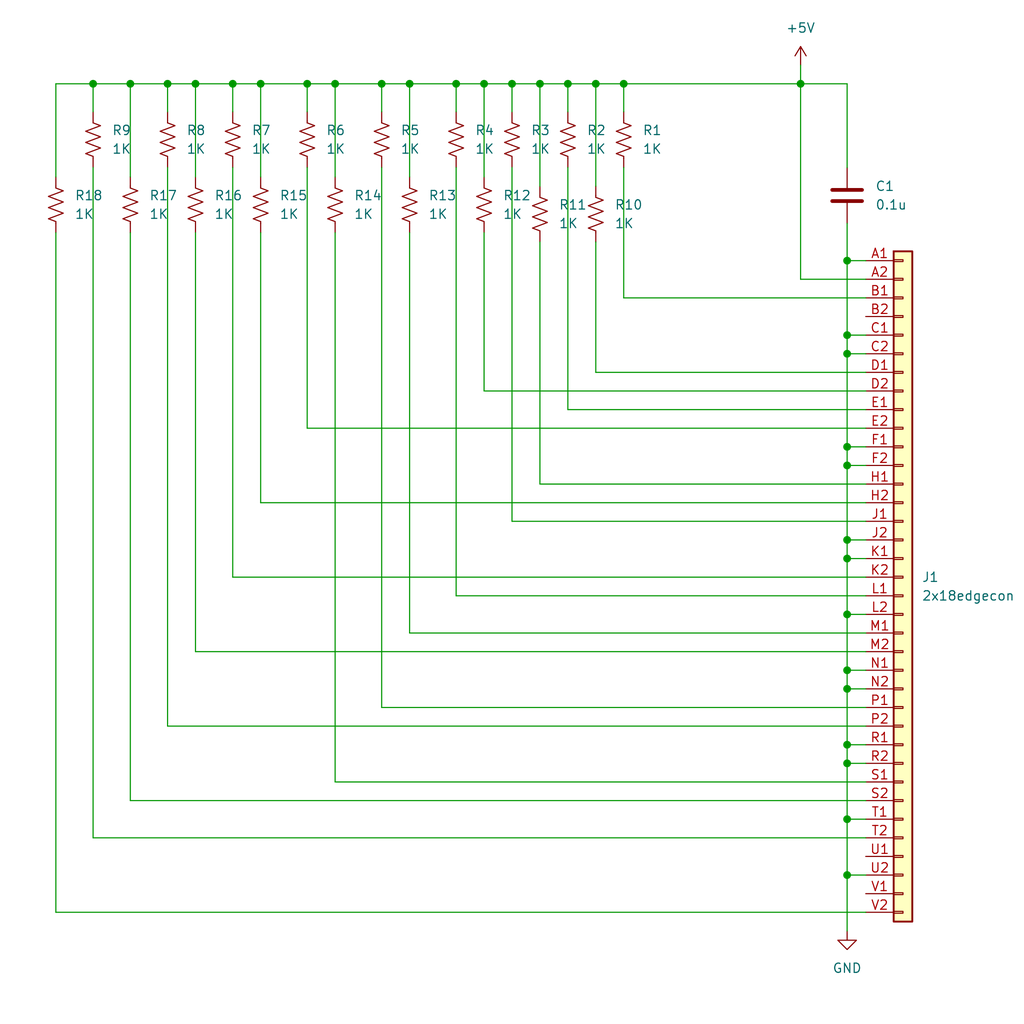
<source format=kicad_sch>
(kicad_sch (version 20230121) (generator eeschema)
  (paper "User" 139.7 139.7)
  (lib_symbols
    (symbol "Device:C" (pin_numbers hide) (pin_names (offset 0.254))
      (property "Reference" "C" (at 0.635 2.54 0))
      (property "Value" "C" (at 0.635 -2.54 0))
      (symbol "C_0_1"
        (polyline (pts (xy -2.032 -0.762) (xy 2.032 -0.762)) (stroke (width 0.508)))
        (polyline (pts (xy -2.032 0.762) (xy 2.032 0.762)) (stroke (width 0.508)))
      )
      (symbol "C_1_1"
        (pin passive line (at 0 3.81 270) (length 2.794) (name "~") (number "1"))
        (pin passive line (at 0 -3.81 90) (length 2.794) (name "~") (number "2"))
      )
    )
    (symbol "Device:R_US" (pin_numbers hide) (pin_names (offset 0))
      (property "Reference" "R" (at 2.54 0 90))
      (property "Value" "R_US" (at -2.54 0 90))
      (symbol "R_US_0_1"
        (polyline (pts (xy 0 -2.286) (xy 0 -2.54)))
        (polyline (pts (xy 0 2.286) (xy 0 2.54)))
        (polyline (pts (xy 0 -0.762) (xy 1.016 -1.143) (xy 0 -1.524) (xy -1.016 -1.905) (xy 0 -2.286)))
        (polyline (pts (xy 0 0.762) (xy 1.016 0.381) (xy 0 0) (xy -1.016 -0.381) (xy 0 -0.762)))
        (polyline (pts (xy 0 2.286) (xy 1.016 1.905) (xy 0 1.524) (xy -1.016 1.143) (xy 0 0.762)))
      )
      (symbol "R_US_1_1"
        (pin passive line (at 0 3.81 270) (length 1.27) (name "~") (number "1"))
        (pin passive line (at 0 -3.81 90) (length 1.27) (name "~") (number "2"))
      )
    )
    (symbol "mylibrary:2x18edgecon" (pin_names (offset 1.016) hide)
      (property "Reference" "J" (at 0 45.72 0))
      (property "Value" "2x18edgecon" (at 0 -48.26 0))
      (symbol "2x18edgecon_1_1"
        (rectangle (start -1.27 -45.593) (end 0 -45.847) (stroke (width 0.1524)))
        (rectangle (start -1.27 -43.053) (end 0 -43.307) (stroke (width 0.1524)))
        (rectangle (start -1.27 -40.513) (end 0 -40.767) (stroke (width 0.1524)))
        (rectangle (start -1.27 -37.973) (end 0 -38.227) (stroke (width 0.1524)))
        (rectangle (start -1.27 -35.433) (end 0 -35.687) (stroke (width 0.1524)))
        (rectangle (start -1.27 -32.893) (end 0 -33.147) (stroke (width 0.1524)))
        (rectangle (start -1.27 -30.353) (end 0 -30.607) (stroke (width 0.1524)))
        (rectangle (start -1.27 -27.813) (end 0 -28.067) (stroke (width 0.1524)))
        (rectangle (start -1.27 -25.273) (end 0 -25.527) (stroke (width 0.1524)))
        (rectangle (start -1.27 -22.733) (end 0 -22.987) (stroke (width 0.1524)))
        (rectangle (start -1.27 -20.193) (end 0 -20.447) (stroke (width 0.1524)))
        (rectangle (start -1.27 -17.653) (end 0 -17.907) (stroke (width 0.1524)))
        (rectangle (start -1.27 -15.113) (end 0 -15.367) (stroke (width 0.1524)))
        (rectangle (start -1.27 -12.573) (end 0 -12.827) (stroke (width 0.1524)))
        (rectangle (start -1.27 -10.033) (end 0 -10.287) (stroke (width 0.1524)))
        (rectangle (start -1.27 -7.493) (end 0 -7.747) (stroke (width 0.1524)))
        (rectangle (start -1.27 -4.953) (end 0 -5.207) (stroke (width 0.1524)))
        (rectangle (start -1.27 -2.413) (end 0 -2.667) (stroke (width 0.1524)))
        (rectangle (start -1.27 0.127) (end 0 -0.127) (stroke (width 0.1524)))
        (rectangle (start -1.27 2.667) (end 0 2.413) (stroke (width 0.1524)))
        (rectangle (start -1.27 5.207) (end 0 4.953) (stroke (width 0.1524)))
        (rectangle (start -1.27 7.747) (end 0 7.493) (stroke (width 0.1524)))
        (rectangle (start -1.27 10.287) (end 0 10.033) (stroke (width 0.1524)))
        (rectangle (start -1.27 12.827) (end 0 12.573) (stroke (width 0.1524)))
        (rectangle (start -1.27 15.367) (end 0 15.113) (stroke (width 0.1524)))
        (rectangle (start -1.27 17.907) (end 0 17.653) (stroke (width 0.1524)))
        (rectangle (start -1.27 20.447) (end 0 20.193) (stroke (width 0.1524)))
        (rectangle (start -1.27 22.987) (end 0 22.733) (stroke (width 0.1524)))
        (rectangle (start -1.27 25.527) (end 0 25.273) (stroke (width 0.1524)))
        (rectangle (start -1.27 28.067) (end 0 27.813) (stroke (width 0.1524)))
        (rectangle (start -1.27 30.607) (end 0 30.353) (stroke (width 0.1524)))
        (rectangle (start -1.27 33.147) (end 0 32.893) (stroke (width 0.1524)))
        (rectangle (start -1.27 35.687) (end 0 35.433) (stroke (width 0.1524)))
        (rectangle (start -1.27 38.227) (end 0 37.973) (stroke (width 0.1524)))
        (rectangle (start -1.27 40.767) (end 0 40.513) (stroke (width 0.1524)))
        (rectangle (start -1.27 43.307) (end 0 43.053) (stroke (width 0.1524)))
        (rectangle (start -1.27 44.45) (end 1.27 -46.99) (stroke (width 0.254)) (fill (type background)))
        (pin passive line (at -5.08 43.18 0) (length 3.81) (name "A1") (number "A1"))
        (pin passive line (at -5.08 40.64 0) (length 3.81) (name "A2") (number "A2"))
        (pin passive line (at -5.08 38.1 0) (length 3.81) (name "B1") (number "B1"))
        (pin passive line (at -5.08 35.56 0) (length 3.81) (name "B2") (number "B2"))
        (pin passive line (at -5.08 33.02 0) (length 3.81) (name "C1") (number "C1"))
        (pin passive line (at -5.08 30.48 0) (length 3.81) (name "C2") (number "C2"))
        (pin passive line (at -5.08 27.94 0) (length 3.81) (name "D1") (number "D1"))
        (pin passive line (at -5.08 25.4 0) (length 3.81) (name "D2") (number "D2"))
        (pin passive line (at -5.08 22.86 0) (length 3.81) (name "E1") (number "E1"))
        (pin passive line (at -5.08 20.32 0) (length 3.81) (name "E2") (number "E2"))
        (pin passive line (at -5.08 17.78 0) (length 3.81) (name "F1") (number "F1"))
        (pin passive line (at -5.08 15.24 0) (length 3.81) (name "F2") (number "F2"))
        (pin passive line (at -5.08 12.7 0) (length 3.81) (name "H1") (number "H1"))
        (pin passive line (at -5.08 10.16 0) (length 3.81) (name "H2") (number "H2"))
        (pin passive line (at -5.08 7.62 0) (length 3.81) (name "J1") (number "J1"))
        (pin passive line (at -5.08 5.08 0) (length 3.81) (name "J2") (number "J2"))
        (pin passive line (at -5.08 2.54 0) (length 3.81) (name "K1") (number "K1"))
        (pin passive line (at -5.08 0 0) (length 3.81) (name "K2") (number "K2"))
        (pin passive line (at -5.08 -2.54 0) (length 3.81) (name "L1") (number "L1"))
        (pin passive line (at -5.08 -5.08 0) (length 3.81) (name "L2") (number "L2"))
        (pin passive line (at -5.08 -7.62 0) (length 3.81) (name "M1") (number "M1"))
        (pin passive line (at -5.08 -10.16 0) (length 3.81) (name "M2") (number "M2"))
        (pin passive line (at -5.08 -12.7 0) (length 3.81) (name "N1") (number "N1"))
        (pin passive line (at -5.08 -15.24 0) (length 3.81) (name "N2") (number "N2"))
        (pin passive line (at -5.08 -17.78 0) (length 3.81) (name "P1") (number "P1"))
        (pin passive line (at -5.08 -20.32 0) (length 3.81) (name "P2") (number "P2"))
        (pin passive line (at -5.08 -22.86 0) (length 3.81) (name "R1") (number "R1"))
        (pin passive line (at -5.08 -25.4 0) (length 3.81) (name "R2") (number "R2"))
        (pin passive line (at -5.08 -27.94 0) (length 3.81) (name "S1") (number "S1"))
        (pin passive line (at -5.08 -30.48 0) (length 3.81) (name "S2") (number "S2"))
        (pin passive line (at -5.08 -33.02 0) (length 3.81) (name "T1") (number "T1"))
        (pin passive line (at -5.08 -35.56 0) (length 3.81) (name "T2") (number "T2"))
        (pin passive line (at -5.08 -38.1 0) (length 3.81) (name "U1") (number "U1"))
        (pin passive line (at -5.08 -40.64 0) (length 3.81) (name "U2") (number "U2"))
        (pin passive line (at -5.08 -43.18 0) (length 3.81) (name "V1") (number "V1"))
        (pin passive line (at -5.08 -45.72 0) (length 3.81) (name "V2") (number "V2"))
      )
    )
    (symbol "power:+5V" (power) (pin_names (offset 0))
      (property "Value" "+5V" (at 0 3.556 0))
      (symbol "+5V_0_1"
        (polyline (pts (xy -0.762 1.27) (xy 0 2.54)))
        (polyline (pts (xy 0 0) (xy 0 2.54)))
        (polyline (pts (xy 0 2.54) (xy 0.762 1.27)))
      )
      (symbol "+5V_1_1"
        (pin power_in line (at 0 0 90) (length 0) hide (name "+5V") (number "1"))
      )
    )
    (symbol "power:GND" (power) (pin_names (offset 0))
      (property "Value" "GND" (at 0 -3.81 0))
      (symbol "GND_0_1"
        (polyline (pts (xy 0 0) (xy 0 -1.27) (xy 1.27 -1.27) (xy 0 -2.54) (xy -1.27 -1.27) (xy 0 -1.27)))
      )
      (symbol "GND_1_1"
        (pin power_in line (at 0 0 270) (length 0) hide (name "GND") (number "1"))
      )
    )
  )
  (junction (at 81.28 11.43))
  (junction (at 115.57 93.98))
  (junction (at 115.57 101.6))
  (junction (at 69.85 11.43))
  (junction (at 31.75 11.43))
  (junction (at 35.56 11.43))
  (junction (at 115.57 76.2))
  (junction (at 77.47 11.43))
  (junction (at 41.91 11.43))
  (junction (at 45.72 11.43))
  (junction (at 115.57 119.38))
  (junction (at 55.88 11.43))
  (junction (at 115.57 111.76))
  (junction (at 115.57 91.44))
  (junction (at 26.67 11.43))
  (junction (at 62.23 11.43))
  (junction (at 115.57 60.96))
  (junction (at 12.7 11.43))
  (junction (at 73.66 11.43))
  (junction (at 115.57 48.26))
  (junction (at 22.86 11.43))
  (junction (at 115.57 63.5))
  (junction (at 109.22 11.43))
  (junction (at 85.09 11.43))
  (junction (at 115.57 83.82))
  (junction (at 115.57 45.72))
  (junction (at 17.78 11.43))
  (junction (at 115.57 73.66))
  (junction (at 52.07 11.43))
  (junction (at 66.04 11.43))
  (junction (at 115.57 35.56))
  (junction (at 115.57 104.14))
  (wire (pts (xy 35.56 31.75) (xy 35.56 68.58)))
  (wire (pts (xy 115.57 73.66) (xy 115.57 63.5)))
  (wire (pts (xy 52.07 11.43) (xy 52.07 15.24)))
  (wire (pts (xy 41.91 11.43) (xy 45.72 11.43)))
  (wire (pts (xy 35.56 68.58) (xy 118.11 68.58)))
  (wire (pts (xy 115.57 76.2) (xy 115.57 73.66)))
  (wire (pts (xy 31.75 11.43) (xy 35.56 11.43)))
  (wire (pts (xy 41.91 11.43) (xy 41.91 15.24)))
  (wire (pts (xy 22.86 11.43) (xy 26.67 11.43)))
  (wire (pts (xy 115.57 73.66) (xy 118.11 73.66)))
  (wire (pts (xy 77.47 11.43) (xy 81.28 11.43)))
  (wire (pts (xy 73.66 66.04) (xy 118.11 66.04)))
  (wire (pts (xy 31.75 22.86) (xy 31.75 78.74)))
  (wire (pts (xy 26.67 11.43) (xy 31.75 11.43)))
  (wire (pts (xy 41.91 22.86) (xy 41.91 58.42)))
  (wire (pts (xy 77.47 11.43) (xy 77.47 15.24)))
  (wire (pts (xy 66.04 11.43) (xy 69.85 11.43)))
  (wire (pts (xy 62.23 11.43) (xy 66.04 11.43)))
  (wire (pts (xy 66.04 11.43) (xy 66.04 24.13)))
  (wire (pts (xy 26.67 11.43) (xy 26.67 24.13)))
  (wire (pts (xy 7.62 31.75) (xy 7.62 124.46)))
  (wire (pts (xy 7.62 11.43) (xy 12.7 11.43)))
  (wire (pts (xy 26.67 31.75) (xy 26.67 88.9)))
  (wire (pts (xy 12.7 22.86) (xy 12.7 114.3)))
  (wire (pts (xy 85.09 11.43) (xy 109.22 11.43)))
  (wire (pts (xy 115.57 111.76) (xy 118.11 111.76)))
  (wire (pts (xy 55.88 11.43) (xy 62.23 11.43)))
  (wire (pts (xy 69.85 71.12) (xy 118.11 71.12)))
  (wire (pts (xy 31.75 78.74) (xy 118.11 78.74)))
  (wire (pts (xy 115.57 93.98) (xy 118.11 93.98)))
  (wire (pts (xy 55.88 86.36) (xy 118.11 86.36)))
  (wire (pts (xy 12.7 11.43) (xy 17.78 11.43)))
  (wire (pts (xy 22.86 22.86) (xy 22.86 99.06)))
  (wire (pts (xy 12.7 114.3) (xy 118.11 114.3)))
  (wire (pts (xy 81.28 33.02) (xy 81.28 50.8)))
  (wire (pts (xy 85.09 40.64) (xy 118.11 40.64)))
  (wire (pts (xy 115.57 45.72) (xy 118.11 45.72)))
  (wire (pts (xy 115.57 45.72) (xy 115.57 35.56)))
  (wire (pts (xy 62.23 81.28) (xy 118.11 81.28)))
  (wire (pts (xy 45.72 11.43) (xy 52.07 11.43)))
  (wire (pts (xy 45.72 106.68) (xy 118.11 106.68)))
  (wire (pts (xy 35.56 11.43) (xy 35.56 24.13)))
  (wire (pts (xy 115.57 30.48) (xy 115.57 35.56)))
  (wire (pts (xy 55.88 11.43) (xy 55.88 24.13)))
  (wire (pts (xy 115.57 22.86) (xy 115.57 11.43)))
  (wire (pts (xy 115.57 119.38) (xy 118.11 119.38)))
  (wire (pts (xy 77.47 22.86) (xy 77.47 55.88)))
  (wire (pts (xy 115.57 101.6) (xy 118.11 101.6)))
  (wire (pts (xy 115.57 91.44) (xy 115.57 83.82)))
  (wire (pts (xy 52.07 11.43) (xy 55.88 11.43)))
  (wire (pts (xy 62.23 22.86) (xy 62.23 81.28)))
  (wire (pts (xy 22.86 99.06) (xy 118.11 99.06)))
  (wire (pts (xy 109.22 38.1) (xy 109.22 11.43)))
  (wire (pts (xy 12.7 11.43) (xy 12.7 15.24)))
  (wire (pts (xy 115.57 35.56) (xy 118.11 35.56)))
  (wire (pts (xy 115.57 60.96) (xy 115.57 48.26)))
  (wire (pts (xy 26.67 88.9) (xy 118.11 88.9)))
  (wire (pts (xy 52.07 96.52) (xy 118.11 96.52)))
  (wire (pts (xy 115.57 60.96) (xy 118.11 60.96)))
  (wire (pts (xy 115.57 91.44) (xy 118.11 91.44)))
  (wire (pts (xy 115.57 83.82) (xy 118.11 83.82)))
  (wire (pts (xy 55.88 31.75) (xy 55.88 86.36)))
  (wire (pts (xy 115.57 83.82) (xy 115.57 76.2)))
  (wire (pts (xy 81.28 11.43) (xy 81.28 25.4)))
  (wire (pts (xy 69.85 11.43) (xy 69.85 15.24)))
  (wire (pts (xy 52.07 22.86) (xy 52.07 96.52)))
  (wire (pts (xy 17.78 11.43) (xy 17.78 24.13)))
  (wire (pts (xy 115.57 48.26) (xy 118.11 48.26)))
  (wire (pts (xy 115.57 104.14) (xy 118.11 104.14)))
  (wire (pts (xy 115.57 63.5) (xy 118.11 63.5)))
  (wire (pts (xy 115.57 76.2) (xy 118.11 76.2)))
  (wire (pts (xy 66.04 31.75) (xy 66.04 53.34)))
  (wire (pts (xy 45.72 11.43) (xy 45.72 24.13)))
  (wire (pts (xy 66.04 53.34) (xy 118.11 53.34)))
  (wire (pts (xy 109.22 11.43) (xy 109.22 8.89)))
  (wire (pts (xy 73.66 11.43) (xy 73.66 25.4)))
  (wire (pts (xy 17.78 109.22) (xy 118.11 109.22)))
  (wire (pts (xy 81.28 11.43) (xy 85.09 11.43)))
  (wire (pts (xy 7.62 24.13) (xy 7.62 11.43)))
  (wire (pts (xy 115.57 104.14) (xy 115.57 101.6)))
  (wire (pts (xy 81.28 50.8) (xy 118.11 50.8)))
  (wire (pts (xy 109.22 38.1) (xy 118.11 38.1)))
  (wire (pts (xy 69.85 22.86) (xy 69.85 71.12)))
  (wire (pts (xy 73.66 33.02) (xy 73.66 66.04)))
  (wire (pts (xy 31.75 11.43) (xy 31.75 15.24)))
  (wire (pts (xy 69.85 11.43) (xy 73.66 11.43)))
  (wire (pts (xy 73.66 11.43) (xy 77.47 11.43)))
  (wire (pts (xy 41.91 58.42) (xy 118.11 58.42)))
  (wire (pts (xy 62.23 11.43) (xy 62.23 15.24)))
  (wire (pts (xy 115.57 11.43) (xy 109.22 11.43)))
  (wire (pts (xy 85.09 11.43) (xy 85.09 15.24)))
  (wire (pts (xy 115.57 63.5) (xy 115.57 60.96)))
  (wire (pts (xy 115.57 48.26) (xy 115.57 45.72)))
  (wire (pts (xy 45.72 31.75) (xy 45.72 106.68)))
  (wire (pts (xy 85.09 22.86) (xy 85.09 40.64)))
  (wire (pts (xy 115.57 119.38) (xy 115.57 111.76)))
  (wire (pts (xy 115.57 93.98) (xy 115.57 91.44)))
  (wire (pts (xy 17.78 31.75) (xy 17.78 109.22)))
  (wire (pts (xy 115.57 127) (xy 115.57 119.38)))
  (wire (pts (xy 7.62 124.46) (xy 118.11 124.46)))
  (wire (pts (xy 115.57 101.6) (xy 115.57 93.98)))
  (wire (pts (xy 115.57 111.76) (xy 115.57 104.14)))
  (wire (pts (xy 22.86 11.43) (xy 22.86 15.24)))
  (wire (pts (xy 77.47 55.88) (xy 118.11 55.88)))
  (wire (pts (xy 17.78 11.43) (xy 22.86 11.43)))
  (wire (pts (xy 35.56 11.43) (xy 41.91 11.43)))
  (symbol (lib_id "Device:R_US") (at 52.07 19.05 0) (unit 1)
    (property "Reference" "R5" (at 54.61 17.78 0) (effects (justify left)))
    (property "Value" "1K" (at 54.61 20.32 0) (effects (justify left)))
    (property "Footprint" "Resistor_THT:R_Axial_DIN0204_L3.6mm_D1.6mm_P7.62mm_Horizontal" (effects hide))
  )
  (symbol (lib_id "Device:R_US") (at 17.78 27.94 0) (unit 1)
    (property "Reference" "R17" (at 20.32 26.67 0) (effects (justify left)))
    (property "Value" "1K" (at 20.32 29.21 0) (effects (justify left)))
    (property "Footprint" "Resistor_THT:R_Axial_DIN0204_L3.6mm_D1.6mm_P7.62mm_Horizontal" (effects hide))
  )
  (symbol (lib_id "Device:R_US") (at 81.28 29.21 0) (unit 1)
    (property "Reference" "R10" (at 83.82 27.94 0) (effects (justify left)))
    (property "Value" "1K" (at 83.82 30.48 0) (effects (justify left)))
    (property "Footprint" "Resistor_THT:R_Axial_DIN0204_L3.6mm_D1.6mm_P7.62mm_Horizontal" (effects hide))
  )
  (symbol (lib_id "Device:R_US") (at 85.09 19.05 0) (unit 1)
    (property "Reference" "R1" (at 87.63 17.78 0) (effects (justify left)))
    (property "Value" "1K" (at 87.63 20.32 0) (effects (justify left)))
    (property "Footprint" "Resistor_THT:R_Axial_DIN0204_L3.6mm_D1.6mm_P7.62mm_Horizontal" (effects hide))
  )
  (symbol (lib_id "Device:R_US") (at 77.47 19.05 0) (unit 1)
    (property "Reference" "R2" (at 80.01 17.78 0) (effects (justify left)))
    (property "Value" "1K" (at 80.01 20.32 0) (effects (justify left)))
    (property "Footprint" "Resistor_THT:R_Axial_DIN0204_L3.6mm_D1.6mm_P7.62mm_Horizontal" (effects hide))
  )
  (symbol (lib_id "Device:R_US") (at 41.91 19.05 0) (unit 1)
    (property "Reference" "R6" (at 44.45 17.78 0) (effects (justify left)))
    (property "Value" "1K" (at 44.45 20.32 0) (effects (justify left)))
    (property "Footprint" "Resistor_THT:R_Axial_DIN0204_L3.6mm_D1.6mm_P7.62mm_Horizontal" (effects hide))
  )
  (symbol (lib_id "Device:R_US") (at 73.66 29.21 0) (unit 1)
    (property "Reference" "R11" (at 76.2 27.94 0) (effects (justify left)))
    (property "Value" "1K" (at 76.2 30.48 0) (effects (justify left)))
    (property "Footprint" "Resistor_THT:R_Axial_DIN0204_L3.6mm_D1.6mm_P7.62mm_Horizontal" (effects hide))
  )
  (symbol (lib_id "Device:R_US") (at 62.23 19.05 0) (unit 1)
    (property "Reference" "R4" (at 64.77 17.78 0) (effects (justify left)))
    (property "Value" "1K" (at 64.77 20.32 0) (effects (justify left)))
    (property "Footprint" "Resistor_THT:R_Axial_DIN0204_L3.6mm_D1.6mm_P7.62mm_Horizontal" (effects hide))
  )
  (symbol (lib_id "Device:R_US") (at 22.86 19.05 0) (unit 1)
    (property "Reference" "R8" (at 25.4 17.78 0) (effects (justify left)))
    (property "Value" "1K" (at 25.4 20.32 0) (effects (justify left)))
    (property "Footprint" "Resistor_THT:R_Axial_DIN0204_L3.6mm_D1.6mm_P7.62mm_Horizontal" (effects hide))
  )
  (symbol (lib_id "Device:R_US") (at 66.04 27.94 0) (unit 1)
    (property "Reference" "R12" (at 68.58 26.67 0) (effects (justify left)))
    (property "Value" "1K" (at 68.58 29.21 0) (effects (justify left)))
    (property "Footprint" "Resistor_THT:R_Axial_DIN0204_L3.6mm_D1.6mm_P7.62mm_Horizontal" (effects hide))
  )
  (symbol (lib_id "Device:R_US") (at 35.56 27.94 0) (unit 1)
    (property "Reference" "R15" (at 38.1 26.67 0) (effects (justify left)))
    (property "Value" "1K" (at 38.1 29.21 0) (effects (justify left)))
    (property "Footprint" "Resistor_THT:R_Axial_DIN0204_L3.6mm_D1.6mm_P7.62mm_Horizontal" (effects hide))
  )
  (symbol (lib_id "power:+5V") (at 109.22 8.89 0) (unit 1)
    (property "Reference" "#PWR05" (effects hide))
    (property "Value" "+5V" (at 109.22 3.81 0))
  )
  (symbol (lib_id "Device:R_US") (at 31.75 19.05 0) (unit 1)
    (property "Reference" "R7" (at 34.29 17.78 0) (effects (justify left)))
    (property "Value" "1K" (at 34.29 20.32 0) (effects (justify left)))
    (property "Footprint" "Resistor_THT:R_Axial_DIN0204_L3.6mm_D1.6mm_P7.62mm_Horizontal" (effects hide))
  )
  (symbol (lib_id "mylibrary:2x18edgecon") (at 123.19 78.74 0) (unit 1)
    (property "Reference" "J1" (at 125.73 78.74 0) (effects (justify left)))
    (property "Value" "2x18edgecon" (at 125.73 81.28 0) (effects (justify left)))
    (property "Footprint" "footprints:2x18-edge" (effects hide))
  )
  (symbol (lib_id "Device:R_US") (at 45.72 27.94 0) (unit 1)
    (property "Reference" "R14" (at 48.26 26.67 0) (effects (justify left)))
    (property "Value" "1K" (at 48.26 29.21 0) (effects (justify left)))
    (property "Footprint" "Resistor_THT:R_Axial_DIN0204_L3.6mm_D1.6mm_P7.62mm_Horizontal" (effects hide))
  )
  (symbol (lib_id "Device:R_US") (at 26.67 27.94 0) (unit 1)
    (property "Reference" "R16" (at 29.21 26.67 0) (effects (justify left)))
    (property "Value" "1K" (at 29.21 29.21 0) (effects (justify left)))
    (property "Footprint" "Resistor_THT:R_Axial_DIN0204_L3.6mm_D1.6mm_P7.62mm_Horizontal" (effects hide))
  )
  (symbol (lib_id "Device:C") (at 115.57 26.67 0) (unit 1)
    (property "Reference" "C1" (at 119.38 25.4 0) (effects (justify left)))
    (property "Value" "0.1u" (at 119.38 27.94 0) (effects (justify left)))
    (property "Footprint" "Resistor_THT:R_Axial_DIN0204_L3.6mm_D1.6mm_P7.62mm_Horizontal" (effects hide))
  )
  (symbol (lib_id "Device:R_US") (at 69.85 19.05 0) (unit 1)
    (property "Reference" "R3" (at 72.39 17.78 0) (effects (justify left)))
    (property "Value" "1K" (at 72.39 20.32 0) (effects (justify left)))
    (property "Footprint" "Resistor_THT:R_Axial_DIN0204_L3.6mm_D1.6mm_P7.62mm_Horizontal" (effects hide))
  )
  (symbol (lib_id "power:GND") (at 115.57 127 0) (unit 1)
    (property "Reference" "#PWR06" (effects hide))
    (property "Value" "GND" (at 115.57 132.08 0))
  )
  (symbol (lib_id "Device:R_US") (at 55.88 27.94 0) (unit 1)
    (property "Reference" "R13" (at 58.42 26.67 0) (effects (justify left)))
    (property "Value" "1K" (at 58.42 29.21 0) (effects (justify left)))
    (property "Footprint" "Resistor_THT:R_Axial_DIN0204_L3.6mm_D1.6mm_P7.62mm_Horizontal" (effects hide))
  )
  (symbol (lib_id "Device:R_US") (at 12.7 19.05 0) (unit 1)
    (property "Reference" "R9" (at 15.24 17.78 0) (effects (justify left)))
    (property "Value" "1K" (at 15.24 20.32 0) (effects (justify left)))
    (property "Footprint" "Resistor_THT:R_Axial_DIN0204_L3.6mm_D1.6mm_P7.62mm_Horizontal" (effects hide))
  )
  (symbol (lib_id "Device:R_US") (at 7.62 27.94 0) (unit 1)
    (property "Reference" "R18" (at 10.16 26.67 0) (effects (justify left)))
    (property "Value" "1K" (at 10.16 29.21 0) (effects (justify left)))
    (property "Footprint" "Resistor_THT:R_Axial_DIN0204_L3.6mm_D1.6mm_P7.62mm_Horizontal" (effects hide))
  )
)
</source>
